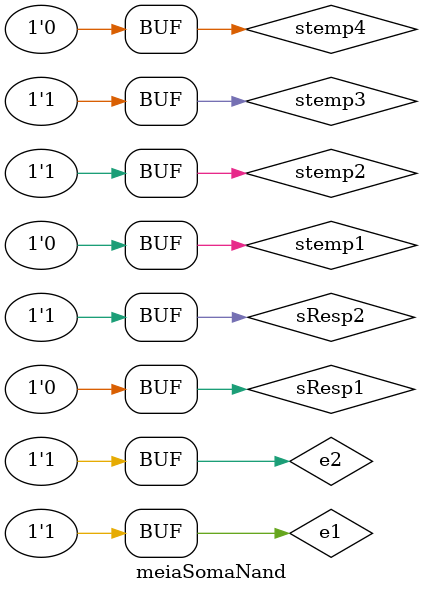
<source format=v>

module meiaSomaNand;
reg e1, e2;
wire stemp1, stemp2, stemp3, stemp4, sResp1, sResp2;

nand NAND1(stemp1, e1, e2);
nand NAND2(stemp2, stemp1, e1);
nand NAND3(stemp3, stemp1, e2);
nand NAND4(sResp1, stemp2, stemp3);

nand NAND5(stemp4, e1, e2);
nand NAND6(sResp2, stemp4, stemp4);

initial begin: start
	e1 = 0;
	e2 = 0;
end

initial begin: main
	$display("Guia 04 - Exemplo 01");
      $display("Meio Somador - NAND");
		$display("e1 + e2 = S|C");
		$monitor("(%b + %b) = %b %b", e1, e2, sResp1, sResp2);
		
		#1 e1 = 0; e2 = 1;
		#1 e1 = 1; e2 = 0;
		#1 e1 = 1; e2 = 1;
		
end

endmodule

//---Guia 04 - Exemplo 01
//---Meio Somador - NAND
//--- e1 + e2 = S|C
//--- (0 + 0) = 0 0
//--- (0 + 1) = 1 0
//--- (1 + 0) = 1 0
//--- (1 + 1) = 0 1

</source>
